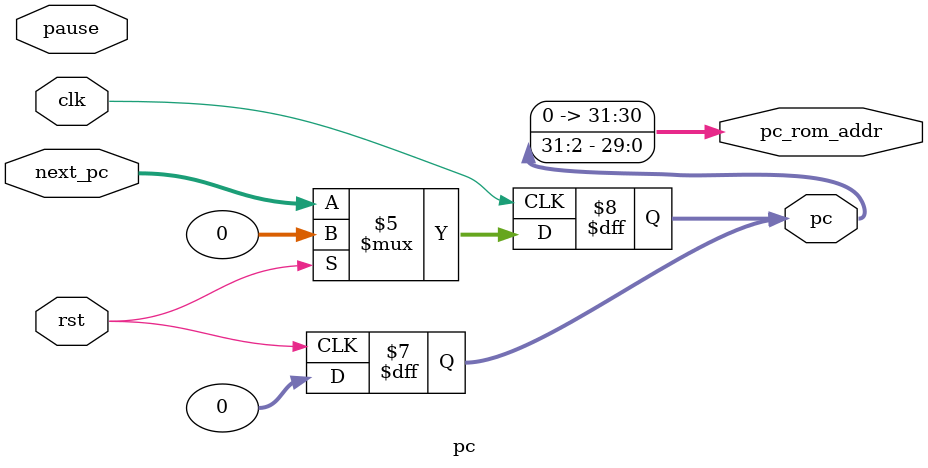
<source format=v>
module pc(
    input rst, clk,pause,
    input [31: 0] next_pc,

    output reg [31: 0] pc,
    output [31: 0] pc_rom_addr
);

always @(posedge clk) begin
    if(rst) pc = 32'd0; 
    // 这里是rom\ram分离的,所以复位直接到第一条指令,或者说,rom的第一地址
    // 如果没有分数据和指令存储器,那么pc将复位到数据区域.
    else pc <= next_pc;
end

always @(posedge rst) begin
    pc = 0;
end

assign pc_rom_addr = pc>>2;

endmodule
</source>
